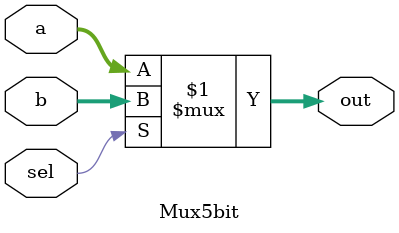
<source format=v>
module Mux5bit(a, b, out,
sel);
   input [4:0]a;
   input[4:0]b;
   input sel;
   output [4:0]out;
    assign out = sel ? b : a;
endmodule

</source>
